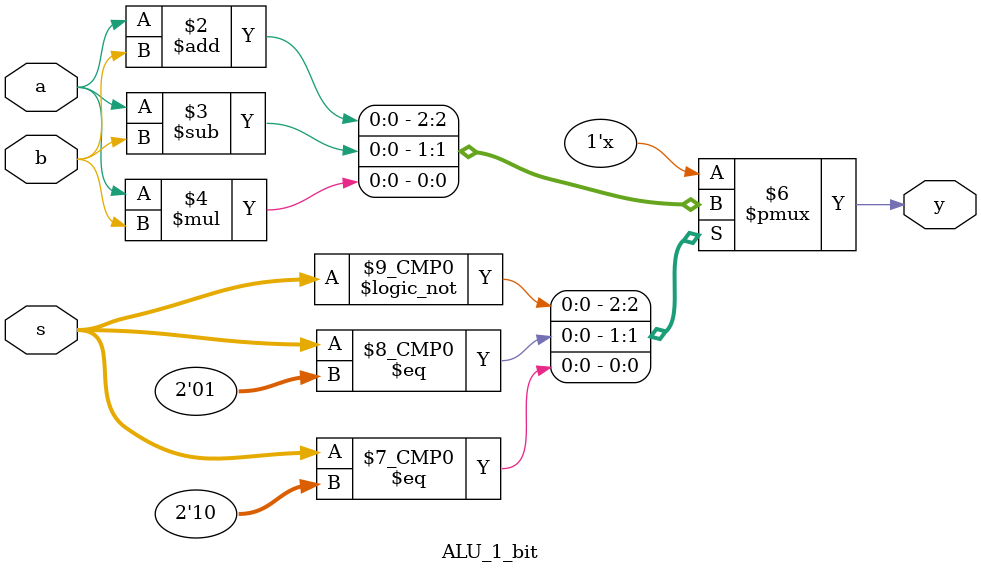
<source format=v>
module ALU_1_bit(input a,b,input [1:0]s,output reg y);
always@(*)begin
	case(s)
		0:y=a+b;
		1:y=a-b;
		2:y=a*b;
		default:y=2'dx;
	endcase
end
endmodule

</source>
